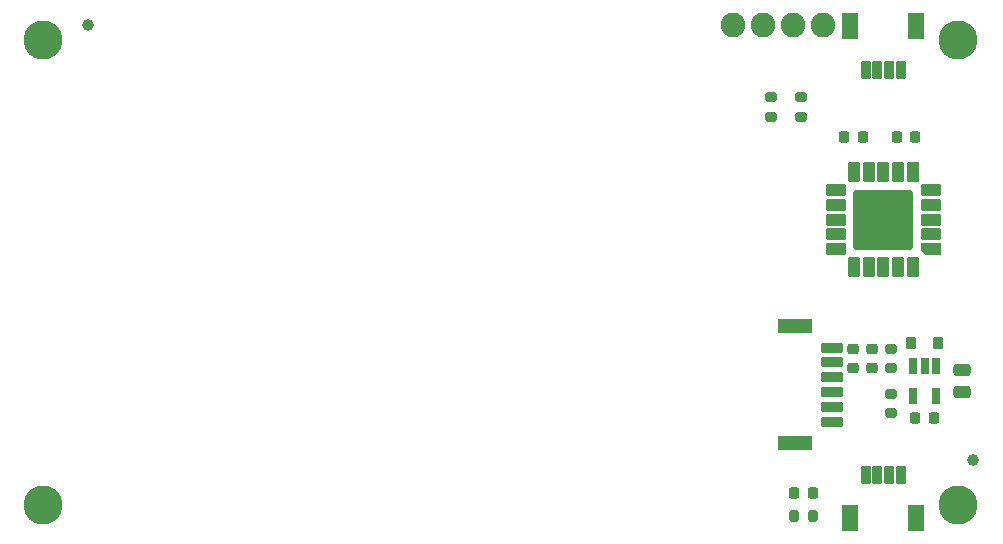
<source format=gts>
%TF.GenerationSoftware,KiCad,Pcbnew,7.0.6*%
%TF.CreationDate,2024-01-20T21:08:05-07:00*%
%TF.ProjectId,SparkFun_AirQuality_Combo,53706172-6b46-4756-9e5f-416972517561,rev?*%
%TF.SameCoordinates,Original*%
%TF.FileFunction,Soldermask,Top*%
%TF.FilePolarity,Negative*%
%FSLAX46Y46*%
G04 Gerber Fmt 4.6, Leading zero omitted, Abs format (unit mm)*
G04 Created by KiCad (PCBNEW 7.0.6) date 2024-01-20 21:08:05*
%MOMM*%
%LPD*%
G01*
G04 APERTURE LIST*
G04 Aperture macros list*
%AMRoundRect*
0 Rectangle with rounded corners*
0 $1 Rounding radius*
0 $2 $3 $4 $5 $6 $7 $8 $9 X,Y pos of 4 corners*
0 Add a 4 corners polygon primitive as box body*
4,1,4,$2,$3,$4,$5,$6,$7,$8,$9,$2,$3,0*
0 Add four circle primitives for the rounded corners*
1,1,$1+$1,$2,$3*
1,1,$1+$1,$4,$5*
1,1,$1+$1,$6,$7*
1,1,$1+$1,$8,$9*
0 Add four rect primitives between the rounded corners*
20,1,$1+$1,$2,$3,$4,$5,0*
20,1,$1+$1,$4,$5,$6,$7,0*
20,1,$1+$1,$6,$7,$8,$9,0*
20,1,$1+$1,$8,$9,$2,$3,0*%
%AMFreePoly0*
4,1,19,0.459719,0.832196,0.496627,0.781396,0.501600,0.750000,0.501600,-0.470000,0.482196,-0.529719,0.471842,-0.541842,0.191842,-0.821842,0.135894,-0.850349,0.120000,-0.851600,-0.400000,-0.851600,-0.459719,-0.832196,-0.496627,-0.781396,-0.501600,-0.750000,-0.501600,0.750000,-0.482196,0.809719,-0.431396,0.846627,-0.400000,0.851600,0.400000,0.851600,0.459719,0.832196,0.459719,0.832196,
$1*%
G04 Aperture macros list end*
%ADD10RoundRect,0.101600X-0.315000X-0.415000X0.315000X-0.415000X0.315000X0.415000X-0.315000X0.415000X0*%
%ADD11RoundRect,0.101600X0.850000X-0.300000X0.850000X0.300000X-0.850000X0.300000X-0.850000X-0.300000X0*%
%ADD12RoundRect,0.101600X1.350000X0.500000X-1.350000X0.500000X-1.350000X-0.500000X1.350000X-0.500000X0*%
%ADD13RoundRect,0.101600X0.275000X0.600000X-0.275000X0.600000X-0.275000X-0.600000X0.275000X-0.600000X0*%
%ADD14RoundRect,0.225000X-0.225000X-0.250000X0.225000X-0.250000X0.225000X0.250000X-0.225000X0.250000X0*%
%ADD15RoundRect,0.218750X-0.218750X-0.256250X0.218750X-0.256250X0.218750X0.256250X-0.218750X0.256250X0*%
%ADD16C,1.000000*%
%ADD17C,3.302000*%
%ADD18RoundRect,0.250000X0.475000X-0.250000X0.475000X0.250000X-0.475000X0.250000X-0.475000X-0.250000X0*%
%ADD19RoundRect,0.101600X-0.300000X-0.675000X0.300000X-0.675000X0.300000X0.675000X-0.300000X0.675000X0*%
%ADD20RoundRect,0.101600X-0.600000X-1.000000X0.600000X-1.000000X0.600000X1.000000X-0.600000X1.000000X0*%
%ADD21RoundRect,0.101600X0.300000X0.675000X-0.300000X0.675000X-0.300000X-0.675000X0.300000X-0.675000X0*%
%ADD22RoundRect,0.101600X0.600000X1.000000X-0.600000X1.000000X-0.600000X-1.000000X0.600000X-1.000000X0*%
%ADD23RoundRect,0.200000X0.275000X-0.200000X0.275000X0.200000X-0.275000X0.200000X-0.275000X-0.200000X0*%
%ADD24RoundRect,0.225000X-0.250000X0.225000X-0.250000X-0.225000X0.250000X-0.225000X0.250000X0.225000X0*%
%ADD25RoundRect,0.200000X-0.275000X0.200000X-0.275000X-0.200000X0.275000X-0.200000X0.275000X0.200000X0*%
%ADD26C,2.082800*%
%ADD27RoundRect,0.200000X-0.200000X-0.275000X0.200000X-0.275000X0.200000X0.275000X-0.200000X0.275000X0*%
%ADD28FreePoly0,270.000000*%
%ADD29RoundRect,0.101600X-0.750000X0.400000X-0.750000X-0.400000X0.750000X-0.400000X0.750000X0.400000X0*%
%ADD30RoundRect,0.101600X-0.400000X-0.750000X0.400000X-0.750000X0.400000X0.750000X-0.400000X0.750000X0*%
%ADD31RoundRect,0.101600X0.750000X-0.400000X0.750000X0.400000X-0.750000X0.400000X-0.750000X-0.400000X0*%
%ADD32RoundRect,0.101600X0.400000X0.750000X-0.400000X0.750000X-0.400000X-0.750000X0.400000X-0.750000X0*%
%ADD33RoundRect,0.101600X2.400000X2.400000X-2.400000X2.400000X-2.400000X-2.400000X2.400000X-2.400000X0*%
%ADD34RoundRect,0.225000X0.225000X0.250000X-0.225000X0.250000X-0.225000X-0.250000X0.225000X-0.250000X0*%
G04 APERTURE END LIST*
D10*
%TO.C,D2*%
X78302500Y16192500D03*
X76002500Y16192500D03*
%TD*%
D11*
%TO.C,U1*%
X69340000Y15825000D03*
X69340000Y14575000D03*
X69340000Y13325000D03*
X69340000Y12075000D03*
X69340000Y10825000D03*
X69340000Y9575000D03*
D12*
X66140000Y7725000D03*
X66140000Y17675000D03*
%TD*%
D13*
%TO.C,U5*%
X78102500Y14317600D03*
X77152500Y14317600D03*
X76202500Y14317600D03*
X76202500Y11717400D03*
X78102500Y11717400D03*
%TD*%
D14*
%TO.C,C4*%
X74790000Y33655000D03*
X76340000Y33655000D03*
%TD*%
D15*
%TO.C,D1*%
X66090700Y3492500D03*
X67665700Y3492500D03*
%TD*%
D16*
%TO.C,FID3*%
X6350000Y43180000D03*
%TD*%
D17*
%TO.C,ST2*%
X80010000Y2540000D03*
%TD*%
D18*
%TO.C,L2*%
X80327500Y12067500D03*
X80327500Y13967500D03*
%TD*%
D19*
%TO.C,J1*%
X72160000Y5080000D03*
X73160000Y5080000D03*
X74160000Y5080000D03*
X75160000Y5080000D03*
D20*
X76460000Y1405000D03*
X70860000Y1405000D03*
%TD*%
D16*
%TO.C,FID4*%
X81280000Y6350000D03*
%TD*%
D21*
%TO.C,J2*%
X75160000Y39370000D03*
X74160000Y39370000D03*
X73160000Y39370000D03*
X72160000Y39370000D03*
D22*
X70860000Y43045000D03*
X76460000Y43045000D03*
%TD*%
D17*
%TO.C,ST1*%
X80010000Y41910000D03*
%TD*%
D23*
%TO.C,R2*%
X64135000Y35370000D03*
X64135000Y37020000D03*
%TD*%
D24*
%TO.C,C9*%
X72707500Y15697500D03*
X72707500Y14147500D03*
%TD*%
D25*
%TO.C,R6*%
X74295000Y11937500D03*
X74295000Y10287500D03*
%TD*%
D26*
%TO.C,J3*%
X68580000Y43180000D03*
X66040000Y43180000D03*
X63500000Y43180000D03*
X60960000Y43180000D03*
%TD*%
D27*
%TO.C,R3*%
X66053200Y1587500D03*
X67703200Y1587500D03*
%TD*%
D28*
%TO.C,U3*%
X77660000Y24170000D03*
D29*
X77660000Y25420000D03*
X77660000Y26670000D03*
X77660000Y27920000D03*
X77660000Y29170000D03*
D30*
X76160000Y30670000D03*
X74910000Y30670000D03*
X73660000Y30670000D03*
X72410000Y30670000D03*
X71160000Y30670000D03*
D31*
X69660000Y29170000D03*
X69660000Y27920000D03*
X69660000Y26670000D03*
X69660000Y25420000D03*
X69660000Y24170000D03*
D32*
X71160000Y22670000D03*
X72410000Y22670000D03*
X73660000Y22670000D03*
X74910000Y22670000D03*
X76160000Y22670000D03*
D33*
X73660000Y26670000D03*
%TD*%
D23*
%TO.C,R1*%
X66675000Y35370000D03*
X66675000Y37020000D03*
%TD*%
D34*
%TO.C,C3*%
X71895000Y33655000D03*
X70345000Y33655000D03*
%TD*%
D25*
%TO.C,R5*%
X74295000Y15747500D03*
X74295000Y14097500D03*
%TD*%
D24*
%TO.C,C5*%
X71120000Y15697500D03*
X71120000Y14147500D03*
%TD*%
D17*
%TO.C,ST3*%
X2540000Y41910000D03*
%TD*%
D34*
%TO.C,C7*%
X77927500Y9842500D03*
X76377500Y9842500D03*
%TD*%
D17*
%TO.C,ST4*%
X2540000Y2540000D03*
%TD*%
M02*

</source>
